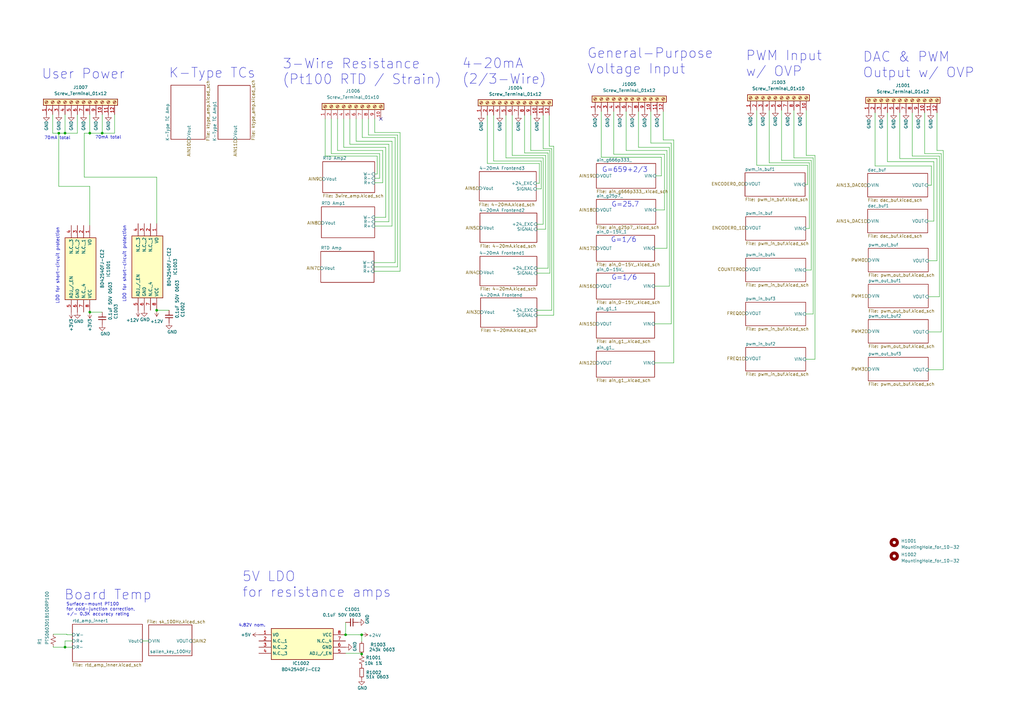
<source format=kicad_sch>
(kicad_sch (version 20231120) (generator "eeschema") (generator_version "8.0")
  (paper "A3")
  (lib_symbols
    (symbol "Connector:Screw_Terminal_01x10" (pin_names (offset 1.016) hide)
      (property "Reference" "J" (at 0 12.7 0))
      (property "Value" "Screw_Terminal_01x10" (at 0 -15.24 0))
      (symbol "Screw_Terminal_01x10_1_1"
        (rectangle (start -1.27 11.43) (end 1.27 -13.97) (stroke (width 0.254)) (fill (type background)))
        (circle (center 0 -12.7) (radius 0.635) (stroke (width 0.1524)))
        (circle (center 0 -10.16) (radius 0.635) (stroke (width 0.1524)))
        (circle (center 0 -7.62) (radius 0.635) (stroke (width 0.1524)))
        (circle (center 0 -5.08) (radius 0.635) (stroke (width 0.1524)))
        (circle (center 0 -2.54) (radius 0.635) (stroke (width 0.1524)))
        (polyline (pts (xy -0.5334 -12.3698) (xy 0.3302 -13.208)) (stroke (width 0.1524)))
        (polyline (pts (xy -0.5334 -9.8298) (xy 0.3302 -10.668)) (stroke (width 0.1524)))
        (polyline (pts (xy -0.5334 -7.2898) (xy 0.3302 -8.128)) (stroke (width 0.1524)))
        (polyline (pts (xy -0.5334 -4.7498) (xy 0.3302 -5.588)) (stroke (width 0.1524)))
        (polyline (pts (xy -0.5334 -2.2098) (xy 0.3302 -3.048)) (stroke (width 0.1524)))
        (polyline (pts (xy -0.5334 0.3302) (xy 0.3302 -0.508)) (stroke (width 0.1524)))
        (polyline (pts (xy -0.5334 2.8702) (xy 0.3302 2.032)) (stroke (width 0.1524)))
        (polyline (pts (xy -0.5334 5.4102) (xy 0.3302 4.572)) (stroke (width 0.1524)))
        (polyline (pts (xy -0.5334 7.9502) (xy 0.3302 7.112)) (stroke (width 0.1524)))
        (polyline (pts (xy -0.5334 10.4902) (xy 0.3302 9.652)) (stroke (width 0.1524)))
        (polyline (pts (xy -0.3556 -12.192) (xy 0.508 -13.0302)) (stroke (width 0.1524)))
        (polyline (pts (xy -0.3556 -9.652) (xy 0.508 -10.4902)) (stroke (width 0.1524)))
        (polyline (pts (xy -0.3556 -7.112) (xy 0.508 -7.9502)) (stroke (width 0.1524)))
        (polyline (pts (xy -0.3556 -4.572) (xy 0.508 -5.4102)) (stroke (width 0.1524)))
        (polyline (pts (xy -0.3556 -2.032) (xy 0.508 -2.8702)) (stroke (width 0.1524)))
        (polyline (pts (xy -0.3556 0.508) (xy 0.508 -0.3302)) (stroke (width 0.1524)))
        (polyline (pts (xy -0.3556 3.048) (xy 0.508 2.2098)) (stroke (width 0.1524)))
        (polyline (pts (xy -0.3556 5.588) (xy 0.508 4.7498)) (stroke (width 0.1524)))
        (polyline (pts (xy -0.3556 8.128) (xy 0.508 7.2898)) (stroke (width 0.1524)))
        (polyline (pts (xy -0.3556 10.668) (xy 0.508 9.8298)) (stroke (width 0.1524)))
        (circle (center 0 0) (radius 0.635) (stroke (width 0.1524)))
        (circle (center 0 2.54) (radius 0.635) (stroke (width 0.1524)))
        (circle (center 0 5.08) (radius 0.635) (stroke (width 0.1524)))
        (circle (center 0 7.62) (radius 0.635) (stroke (width 0.1524)))
        (circle (center 0 10.16) (radius 0.635) (stroke (width 0.1524)))
        (pin passive line (at -5.08 10.16 0) (length 3.81) (name "Pin_1") (number "1"))
        (pin passive line (at -5.08 -12.7 0) (length 3.81) (name "Pin_10") (number "10"))
        (pin passive line (at -5.08 7.62 0) (length 3.81) (name "Pin_2") (number "2"))
        (pin passive line (at -5.08 5.08 0) (length 3.81) (name "Pin_3") (number "3"))
        (pin passive line (at -5.08 2.54 0) (length 3.81) (name "Pin_4") (number "4"))
        (pin passive line (at -5.08 0 0) (length 3.81) (name "Pin_5") (number "5"))
        (pin passive line (at -5.08 -2.54 0) (length 3.81) (name "Pin_6") (number "6"))
        (pin passive line (at -5.08 -5.08 0) (length 3.81) (name "Pin_7") (number "7"))
        (pin passive line (at -5.08 -7.62 0) (length 3.81) (name "Pin_8") (number "8"))
        (pin passive line (at -5.08 -10.16 0) (length 3.81) (name "Pin_9") (number "9"))
      )
    )
    (symbol "Connector:Screw_Terminal_01x12" (pin_names (offset 1.016) hide)
      (property "Reference" "J" (at 0 15.24 0))
      (property "Value" "Screw_Terminal_01x12" (at 0 -17.78 0))
      (symbol "Screw_Terminal_01x12_1_1"
        (rectangle (start -1.27 13.97) (end 1.27 -16.51) (stroke (width 0.254)) (fill (type background)))
        (circle (center 0 -15.24) (radius 0.635) (stroke (width 0.1524)))
        (circle (center 0 -12.7) (radius 0.635) (stroke (width 0.1524)))
        (circle (center 0 -10.16) (radius 0.635) (stroke (width 0.1524)))
        (circle (center 0 -7.62) (radius 0.635) (stroke (width 0.1524)))
        (circle (center 0 -5.08) (radius 0.635) (stroke (width 0.1524)))
        (circle (center 0 -2.54) (radius 0.635) (stroke (width 0.1524)))
        (polyline (pts (xy -0.5334 -14.9098) (xy 0.3302 -15.748)) (stroke (width 0.1524)))
        (polyline (pts (xy -0.5334 -12.3698) (xy 0.3302 -13.208)) (stroke (width 0.1524)))
        (polyline (pts (xy -0.5334 -9.8298) (xy 0.3302 -10.668)) (stroke (width 0.1524)))
        (polyline (pts (xy -0.5334 -7.2898) (xy 0.3302 -8.128)) (stroke (width 0.1524)))
        (polyline (pts (xy -0.5334 -4.7498) (xy 0.3302 -5.588)) (stroke (width 0.1524)))
        (polyline (pts (xy -0.5334 -2.2098) (xy 0.3302 -3.048)) (stroke (width 0.1524)))
        (polyline (pts (xy -0.5334 0.3302) (xy 0.3302 -0.508)) (stroke (width 0.1524)))
        (polyline (pts (xy -0.5334 2.8702) (xy 0.3302 2.032)) (stroke (width 0.1524)))
        (polyline (pts (xy -0.5334 5.4102) (xy 0.3302 4.572)) (stroke (width 0.1524)))
        (polyline (pts (xy -0.5334 7.9502) (xy 0.3302 7.112)) (stroke (width 0.1524)))
        (polyline (pts (xy -0.5334 10.4902) (xy 0.3302 9.652)) (stroke (width 0.1524)))
        (polyline (pts (xy -0.5334 13.0302) (xy 0.3302 12.192)) (stroke (width 0.1524)))
        (polyline (pts (xy -0.3556 -14.732) (xy 0.508 -15.5702)) (stroke (width 0.1524)))
        (polyline (pts (xy -0.3556 -12.192) (xy 0.508 -13.0302)) (stroke (width 0.1524)))
        (polyline (pts (xy -0.3556 -9.652) (xy 0.508 -10.4902)) (stroke (width 0.1524)))
        (polyline (pts (xy -0.3556 -7.112) (xy 0.508 -7.9502)) (stroke (width 0.1524)))
        (polyline (pts (xy -0.3556 -4.572) (xy 0.508 -5.4102)) (stroke (width 0.1524)))
        (polyline (pts (xy -0.3556 -2.032) (xy 0.508 -2.8702)) (stroke (width 0.1524)))
        (polyline (pts (xy -0.3556 0.508) (xy 0.508 -0.3302)) (stroke (width 0.1524)))
        (polyline (pts (xy -0.3556 3.048) (xy 0.508 2.2098)) (stroke (width 0.1524)))
        (polyline (pts (xy -0.3556 5.588) (xy 0.508 4.7498)) (stroke (width 0.1524)))
        (polyline (pts (xy -0.3556 8.128) (xy 0.508 7.2898)) (stroke (width 0.1524)))
        (polyline (pts (xy -0.3556 10.668) (xy 0.508 9.8298)) (stroke (width 0.1524)))
        (polyline (pts (xy -0.3556 13.208) (xy 0.508 12.3698)) (stroke (width 0.1524)))
        (circle (center 0 0) (radius 0.635) (stroke (width 0.1524)))
        (circle (center 0 2.54) (radius 0.635) (stroke (width 0.1524)))
        (circle (center 0 5.08) (radius 0.635) (stroke (width 0.1524)))
        (circle (center 0 7.62) (radius 0.635) (stroke (width 0.1524)))
        (circle (center 0 10.16) (radius 0.635) (stroke (width 0.1524)))
        (circle (center 0 12.7) (radius 0.635) (stroke (width 0.1524)))
        (pin passive line (at -5.08 12.7 0) (length 3.81) (name "Pin_1") (number "1"))
        (pin passive line (at -5.08 -10.16 0) (length 3.81) (name "Pin_10") (number "10"))
        (pin passive line (at -5.08 -12.7 0) (length 3.81) (name "Pin_11") (number "11"))
        (pin passive line (at -5.08 -15.24 0) (length 3.81) (name "Pin_12") (number "12"))
        (pin passive line (at -5.08 10.16 0) (length 3.81) (name "Pin_2") (number "2"))
        (pin passive line (at -5.08 7.62 0) (length 3.81) (name "Pin_3") (number "3"))
        (pin passive line (at -5.08 5.08 0) (length 3.81) (name "Pin_4") (number "4"))
        (pin passive line (at -5.08 2.54 0) (length 3.81) (name "Pin_5") (number "5"))
        (pin passive line (at -5.08 0 0) (length 3.81) (name "Pin_6") (number "6"))
        (pin passive line (at -5.08 -2.54 0) (length 3.81) (name "Pin_7") (number "7"))
        (pin passive line (at -5.08 -5.08 0) (length 3.81) (name "Pin_8") (number "8"))
        (pin passive line (at -5.08 -7.62 0) (length 3.81) (name "Pin_9") (number "9"))
      )
    )
    (symbol "Device:C_Small" (pin_numbers hide) (pin_names (offset 0.254) hide)
      (property "Reference" "C" (at 0.254 1.778 0))
      (property "Value" "C_Small" (at 0.254 -2.032 0))
      (symbol "C_Small_0_1"
        (polyline (pts (xy -1.524 -0.508) (xy 1.524 -0.508)) (stroke (width 0.3302)))
        (polyline (pts (xy -1.524 0.508) (xy 1.524 0.508)) (stroke (width 0.3048)))
      )
      (symbol "C_Small_1_1"
        (pin passive line (at 0 2.54 270) (length 2.032) (name "~") (number "1"))
        (pin passive line (at 0 -2.54 90) (length 2.032) (name "~") (number "2"))
      )
    )
    (symbol "Device:R_Small" (pin_numbers hide) (pin_names (offset 0.254) hide)
      (property "Reference" "R" (at 0.762 0.508 0))
      (property "Value" "R_Small" (at 0.762 -1.016 0))
      (symbol "R_Small_0_1"
        (rectangle (start -0.762 1.778) (end 0.762 -1.778) (stroke (width 0.2032)))
      )
      (symbol "R_Small_1_1"
        (pin passive line (at 0 2.54 270) (length 0.762) (name "~") (number "1"))
        (pin passive line (at 0 -2.54 90) (length 0.762) (name "~") (number "2"))
      )
    )
    (symbol "Device:R_Small_US" (pin_numbers hide) (pin_names (offset 0.254) hide)
      (property "Reference" "R" (at 0.762 0.508 0))
      (property "Value" "R_Small_US" (at 0.762 -1.016 0))
      (symbol "R_Small_US_1_1"
        (polyline (pts (xy 0 0) (xy 1.016 -0.381) (xy 0 -0.762) (xy -1.016 -1.143) (xy 0 -1.524)))
        (polyline (pts (xy 0 1.524) (xy 1.016 1.143) (xy 0 0.762) (xy -1.016 0.381) (xy 0 0)))
        (pin passive line (at 0 2.54 270) (length 1.016) (name "~") (number "1"))
        (pin passive line (at 0 -2.54 90) (length 1.016) (name "~") (number "2"))
      )
    )
    (symbol "Mechanical:MountingHole" (pin_names (offset 1.016))
      (property "Reference" "H" (at 0 5.08 0))
      (property "Value" "MountingHole" (at 0 3.175 0))
      (symbol "MountingHole_0_1"
        (circle (center 0 0) (radius 1.27) (stroke (width 1.27)))
      )
    )
    (symbol "aaa:BD42540FJ-CE2"
      (property "Reference" "IC" (at 31.75 7.62 0))
      (property "Value" "BD42540FJ-CE2" (at 31.75 5.08 0))
      (symbol "BD42540FJ-CE2_1_1"
        (rectangle (start 5.08 2.54) (end 30.48 -10.16) (stroke (width 0.254)) (fill (type background)))
        (pin passive line (at 0 0 0) (length 5.08) (name "VO") (number "1"))
        (pin passive line (at 0 -2.54 0) (length 5.08) (name "N.C._1") (number "2"))
        (pin passive line (at 0 -5.08 0) (length 5.08) (name "N.C._2") (number "3"))
        (pin passive line (at 0 -7.62 0) (length 5.08) (name "N.C._3") (number "4"))
        (pin passive line (at 35.56 -7.62 180) (length 5.08) (name "ADJ_/_EN") (number "5"))
        (pin passive line (at 35.56 -5.08 180) (length 5.08) (name "GND") (number "6"))
        (pin passive line (at 35.56 -2.54 180) (length 5.08) (name "N.C._4") (number "7"))
        (pin passive line (at 35.56 0 180) (length 5.08) (name "VCC") (number "8"))
      )
    )
    (symbol "power:+12V" (power) (pin_numbers hide) (pin_names (offset 0) hide)
      (property "Value" "+12V" (at 0 3.556 0))
      (symbol "+12V_0_1"
        (polyline (pts (xy -0.762 1.27) (xy 0 2.54)))
        (polyline (pts (xy 0 0) (xy 0 2.54)))
        (polyline (pts (xy 0 2.54) (xy 0.762 1.27)))
      )
      (symbol "+12V_1_1"
        (pin power_in line (at 0 0 90) (length 0) (name "~") (number "1"))
      )
    )
    (symbol "power:+24V" (power) (pin_numbers hide) (pin_names (offset 0) hide)
      (property "Value" "+24V" (at 0 3.556 0))
      (symbol "+24V_0_1"
        (polyline (pts (xy -0.762 1.27) (xy 0 2.54)))
        (polyline (pts (xy 0 0) (xy 0 2.54)))
        (polyline (pts (xy 0 2.54) (xy 0.762 1.27)))
      )
      (symbol "+24V_1_1"
        (pin power_in line (at 0 0 90) (length 0) (name "~") (number "1"))
      )
    )
    (symbol "power:+3V3" (power) (pin_numbers hide) (pin_names (offset 0) hide)
      (property "Value" "+3V3" (at 0 3.556 0))
      (symbol "+3V3_0_1"
        (polyline (pts (xy -0.762 1.27) (xy 0 2.54)))
        (polyline (pts (xy 0 0) (xy 0 2.54)))
        (polyline (pts (xy 0 2.54) (xy 0.762 1.27)))
      )
      (symbol "+3V3_1_1"
        (pin power_in line (at 0 0 90) (length 0) (name "~") (number "1"))
      )
    )
    (symbol "power:+5V" (power) (pin_numbers hide) (pin_names (offset 0) hide)
      (property "Value" "+5V" (at 0 3.556 0))
      (symbol "+5V_0_1"
        (polyline (pts (xy -0.762 1.27) (xy 0 2.54)))
        (polyline (pts (xy 0 0) (xy 0 2.54)))
        (polyline (pts (xy 0 2.54) (xy 0.762 1.27)))
      )
      (symbol "+5V_1_1"
        (pin power_in line (at 0 0 90) (length 0) (name "~") (number "1"))
      )
    )
    (symbol "power:GND" (power) (pin_names (offset 0))
      (property "Value" "GND" (at 0 -3.81 0))
      (symbol "GND_0_1"
        (polyline (pts (xy 0 0) (xy 0 -1.27) (xy 1.27 -1.27) (xy 0 -2.54) (xy -1.27 -1.27) (xy 0 -1.27)))
      )
      (symbol "GND_1_1"
        (pin power_in line (at 0 0 270) (length 0) hide (name "GND") (number "1"))
      )
    )
  )
  (junction (at 41.91 54.61))
  (junction (at 24.13 54.61))
  (junction (at 36.83 128.016))
  (junction (at 148.336 260.35))
  (junction (at 36.83 54.61))
  (junction (at 64.262 127.254))
  (junction (at 141.732 260.35))
  (junction (at 26.67 265.43))
  (junction (at 26.67 54.61))
  (junction (at 148.336 268.224))
  (no_connect (at 156.21 48.768))
  (wire (pts (xy 153.67 73.152) (xy 155.702 73.152)))
  (wire (pts (xy 26.67 262.89) (xy 26.67 265.43)))
  (wire (pts (xy 222.758 91.948) (xy 222.758 64.77)))
  (wire (pts (xy 64.262 72.644) (xy 64.262 91.694)))
  (wire (pts (xy 330.2 75.692) (xy 331.216 75.692)))
  (wire (pts (xy 158.242 89.154) (xy 158.242 60.452)))
  (wire (pts (xy 220.218 109.982) (xy 224.79 109.982)))
  (wire (pts (xy 27.432 260.35) (xy 27.432 260.096)))
  (wire (pts (xy 41.91 54.61) (xy 41.91 46.99)))
  (wire (pts (xy 221.996 77.47) (xy 221.996 66.04)))
  (wire (pts (xy 141.732 267.97) (xy 148.336 267.97)))
  (wire (pts (xy 36.83 54.61) (xy 41.91 54.61)))
  (wire (pts (xy 210.058 63.754) (xy 210.058 47.244)))
  (wire (pts (xy 272.542 63.246) (xy 251.714 63.246)))
  (wire (pts (xy 226.314 60.96) (xy 222.758 60.96)))
  (wire (pts (xy 225.552 112.014) (xy 225.552 61.722)))
  (wire (pts (xy 219.964 77.47) (xy 221.996 77.47)))
  (wire (pts (xy 382.016 75.946) (xy 382.016 68.072)))
  (wire (pts (xy 140.97 60.452) (xy 140.97 48.768)))
  (wire (pts (xy 330.454 93.726) (xy 331.978 93.726)))
  (wire (pts (xy 143.51 59.182) (xy 143.51 48.768)))
  (wire (pts (xy 223.774 63.754) (xy 210.058 63.754)))
  (wire (pts (xy 227.076 129.286) (xy 227.076 59.944)))
  (wire (pts (xy 221.996 66.04) (xy 202.438 66.04)))
  (wire (pts (xy 153.67 89.154) (xy 158.242 89.154)))
  (wire (pts (xy 141.732 260.35) (xy 148.336 260.35)))
  (wire (pts (xy 156.972 74.93) (xy 156.972 61.722)))
  (wire (pts (xy 163.068 55.372) (xy 151.13 55.372)))
  (wire (pts (xy 268.478 117.348) (xy 274.574 117.348)))
  (wire (pts (xy 223.774 93.98) (xy 223.774 63.754)))
  (wire (pts (xy 334.264 147.32) (xy 334.264 63.754)))
  (wire (pts (xy 31.75 46.99) (xy 31.75 54.61)))
  (wire (pts (xy 135.89 62.992) (xy 135.89 48.768)))
  (wire (pts (xy 251.714 45.72) (xy 251.714 63.246)))
  (wire (pts (xy 153.67 92.71) (xy 160.782 92.71)))
  (wire (pts (xy 331.216 67.818) (xy 310.388 67.818)))
  (wire (pts (xy 153.416 109.474) (xy 163.068 109.474)))
  (wire (pts (xy 383.032 90.678) (xy 383.032 66.294)))
  (wire (pts (xy 159.512 59.182) (xy 143.51 59.182)))
  (wire (pts (xy 160.782 57.912) (xy 146.05 57.912)))
  (wire (pts (xy 64.262 127.254) (xy 69.342 127.254)))
  (wire (pts (xy 160.782 92.71) (xy 160.782 57.912)))
  (wire (pts (xy 221.234 67.056) (xy 199.898 67.056)))
  (wire (pts (xy 384.302 65.024) (xy 369.062 65.024)))
  (wire (pts (xy 276.352 57.404) (xy 272.034 57.404)))
  (wire (pts (xy 36.83 128.016) (xy 41.91 128.016)))
  (wire (pts (xy 271.272 64.516) (xy 246.634 64.516)))
  (wire (pts (xy 261.874 60.452) (xy 261.874 45.72)))
  (wire (pts (xy 330.454 110.744) (xy 332.74 110.744)))
  (wire (pts (xy 153.416 107.696) (xy 162.052 107.696)))
  (wire (pts (xy 380.746 106.934) (xy 384.302 106.934)))
  (wire (pts (xy 358.902 68.072) (xy 358.902 46.228)))
  (wire (pts (xy 199.898 67.056) (xy 199.898 47.244)))
  (wire (pts (xy 334.264 63.754) (xy 330.708 63.754)))
  (wire (pts (xy 154.686 64.008) (xy 133.35 64.008)))
  (wire (pts (xy 386.08 136.144) (xy 386.08 62.992)))
  (wire (pts (xy 31.75 54.61) (xy 26.67 54.61)))
  (wire (pts (xy 21.59 46.99) (xy 21.59 54.61)))
  (wire (pts (xy 220.218 127.254) (xy 226.314 127.254)))
  (wire (pts (xy 274.574 117.348) (xy 274.574 60.452)))
  (wire (pts (xy 34.544 54.61) (xy 34.544 72.644)))
  (wire (pts (xy 34.544 54.61) (xy 36.83 54.61)))
  (wire (pts (xy 268.478 132.842) (xy 275.336 132.842)))
  (wire (pts (xy 331.216 75.692) (xy 331.216 67.818)))
  (wire (pts (xy 385.318 64.008) (xy 374.142 64.008)))
  (wire (pts (xy 36.83 54.61) (xy 36.83 46.99)))
  (wire (pts (xy 225.298 59.944) (xy 225.298 47.244)))
  (wire (pts (xy 380.492 90.678) (xy 383.032 90.678)))
  (wire (pts (xy 155.702 62.992) (xy 135.89 62.992)))
  (wire (pts (xy 220.218 93.98) (xy 223.774 93.98)))
  (wire (pts (xy 29.718 262.89) (xy 26.67 262.89)))
  (wire (pts (xy 331.978 66.802) (xy 315.468 66.802)))
  (wire (pts (xy 266.954 58.674) (xy 266.954 45.72)))
  (wire (pts (xy 383.032 66.294) (xy 363.982 66.294)))
  (wire (pts (xy 133.35 64.008) (xy 133.35 48.768)))
  (wire (pts (xy 320.548 65.786) (xy 320.548 45.212)))
  (wire (pts (xy 330.454 147.32) (xy 334.264 147.32)))
  (wire (pts (xy 268.986 72.136) (xy 271.272 72.136)))
  (wire (pts (xy 246.634 64.516) (xy 246.634 45.72)))
  (wire (pts (xy 148.59 56.388) (xy 148.59 48.768)))
  (wire (pts (xy 46.99 46.99) (xy 46.99 54.61)))
  (wire (pts (xy 162.052 56.388) (xy 148.59 56.388)))
  (wire (pts (xy 268.478 101.854) (xy 273.558 101.854)))
  (wire (pts (xy 268.986 86.106) (xy 272.542 86.106)))
  (wire (pts (xy 221.234 75.184) (xy 221.234 67.056)))
  (wire (pts (xy 26.67 265.43) (xy 21.844 265.43)))
  (wire (pts (xy 325.628 64.77) (xy 325.628 45.212)))
  (wire (pts (xy 315.468 66.802) (xy 315.468 45.212)))
  (wire (pts (xy 225.552 61.722) (xy 217.678 61.722)))
  (wire (pts (xy 146.05 57.912) (xy 146.05 48.768)))
  (wire (pts (xy 272.034 57.404) (xy 272.034 45.72)))
  (wire (pts (xy 275.336 132.842) (xy 275.336 58.674)))
  (wire (pts (xy 141.732 260.35) (xy 141.732 255.27)))
  (wire (pts (xy 155.702 73.152) (xy 155.702 62.992)))
  (wire (pts (xy 21.844 260.096) (xy 27.432 260.096)))
  (wire (pts (xy 380.746 151.638) (xy 386.842 151.638)))
  (wire (pts (xy 158.242 60.452) (xy 140.97 60.452)))
  (wire (pts (xy 156.972 61.722) (xy 138.43 61.722)))
  (wire (pts (xy 164.084 54.356) (xy 153.67 54.356)))
  (wire (pts (xy 36.83 76.454) (xy 24.13 76.454)))
  (wire (pts (xy 220.218 91.948) (xy 222.758 91.948)))
  (wire (pts (xy 384.302 61.722) (xy 384.302 46.228)))
  (wire (pts (xy 220.218 129.286) (xy 227.076 129.286)))
  (wire (pts (xy 272.542 86.106) (xy 272.542 63.246)))
  (wire (pts (xy 382.016 68.072) (xy 358.902 68.072)))
  (wire (pts (xy 380.746 136.144) (xy 386.08 136.144)))
  (wire (pts (xy 363.982 66.294) (xy 363.982 46.228)))
  (wire (pts (xy 330.454 128.778) (xy 333.502 128.778)))
  (wire (pts (xy 332.74 65.786) (xy 320.548 65.786)))
  (wire (pts (xy 227.076 59.944) (xy 225.298 59.944)))
  (wire (pts (xy 310.388 45.212) (xy 310.388 67.818)))
  (wire (pts (xy 36.83 76.454) (xy 36.83 92.456)))
  (wire (pts (xy 385.318 121.666) (xy 385.318 64.008)))
  (wire (pts (xy 331.978 93.726) (xy 331.978 66.802)))
  (wire (pts (xy 153.67 90.932) (xy 159.512 90.932)))
  (wire (pts (xy 153.416 111.252) (xy 164.084 111.252)))
  (wire (pts (xy 276.352 148.844) (xy 276.352 57.404)))
  (wire (pts (xy 215.138 62.738) (xy 215.138 47.244)))
  (wire (pts (xy 226.314 127.254) (xy 226.314 60.96)))
  (wire (pts (xy 380.492 75.946) (xy 382.016 75.946)))
  (wire (pts (xy 207.518 64.77) (xy 207.518 47.244)))
  (wire (pts (xy 222.758 64.77) (xy 207.518 64.77)))
  (wire (pts (xy 24.13 54.61) (xy 26.67 54.61)))
  (wire (pts (xy 222.758 60.96) (xy 222.758 47.244)))
  (wire (pts (xy 220.218 112.014) (xy 225.552 112.014)))
  (wire (pts (xy 217.678 61.722) (xy 217.678 47.244)))
  (wire (pts (xy 202.438 66.04) (xy 202.438 47.244)))
  (wire (pts (xy 268.478 148.844) (xy 276.352 148.844)))
  (wire (pts (xy 163.068 109.474) (xy 163.068 55.372)))
  (wire (pts (xy 21.59 54.61) (xy 24.13 54.61)))
  (wire (pts (xy 159.512 90.932) (xy 159.512 59.182)))
  (wire (pts (xy 386.842 61.722) (xy 384.302 61.722)))
  (wire (pts (xy 162.052 107.696) (xy 162.052 56.388)))
  (wire (pts (xy 164.084 111.252) (xy 164.084 54.356)))
  (wire (pts (xy 153.67 74.93) (xy 156.972 74.93)))
  (wire (pts (xy 369.062 65.024) (xy 369.062 46.228)))
  (wire (pts (xy 153.67 54.356) (xy 153.67 48.768)))
  (wire (pts (xy 380.746 121.666) (xy 385.318 121.666)))
  (wire (pts (xy 330.708 63.754) (xy 330.708 45.212)))
  (wire (pts (xy 148.336 267.97) (xy 148.336 268.224)))
  (wire (pts (xy 24.13 76.454) (xy 24.13 54.61)))
  (wire (pts (xy 138.43 48.768) (xy 138.43 61.722)))
  (wire (pts (xy 332.74 110.744) (xy 332.74 65.786)))
  (wire (pts (xy 21.844 265.43) (xy 21.844 265.176)))
  (wire (pts (xy 148.336 260.35) (xy 148.336 263.144)))
  (wire (pts (xy 333.502 128.778) (xy 333.502 64.77)))
  (wire (pts (xy 374.142 64.008) (xy 374.142 46.228)))
  (wire (pts (xy 379.222 62.992) (xy 379.222 46.228)))
  (wire (pts (xy 153.67 71.374) (xy 154.686 71.374)))
  (wire (pts (xy 386.08 62.992) (xy 379.222 62.992)))
  (wire (pts (xy 386.842 151.638) (xy 386.842 61.722)))
  (wire (pts (xy 154.686 71.374) (xy 154.686 64.008)))
  (wire (pts (xy 384.302 106.934) (xy 384.302 65.024)))
  (wire (pts (xy 224.79 109.982) (xy 224.79 62.738)))
  (wire (pts (xy 41.91 54.61) (xy 46.99 54.61)))
  (wire (pts (xy 151.13 55.372) (xy 151.13 48.768)))
  (wire (pts (xy 271.272 72.136) (xy 271.272 64.516)))
  (wire (pts (xy 273.558 101.854) (xy 273.558 61.722)))
  (wire (pts (xy 58.42 262.89) (xy 60.96 262.89)))
  (wire (pts (xy 26.67 46.99) (xy 26.67 54.61)))
  (wire (pts (xy 275.336 58.674) (xy 266.954 58.674)))
  (wire (pts (xy 219.964 75.184) (xy 221.234 75.184)))
  (wire (pts (xy 256.794 45.72) (xy 256.794 61.722)))
  (wire (pts (xy 29.718 260.35) (xy 27.432 260.35)))
  (wire (pts (xy 333.502 64.77) (xy 325.628 64.77)))
  (wire (pts (xy 274.574 60.452) (xy 261.874 60.452)))
  (wire (pts (xy 224.79 62.738) (xy 215.138 62.738)))
  (wire (pts (xy 273.558 61.722) (xy 256.794 61.722)))
  (wire (pts (xy 64.262 72.644) (xy 34.544 72.644)))
  (wire (pts (xy 29.718 265.43) (xy 26.67 265.43)))
  (text "3-Wire Resistance\n(Pt100 RTD / Strain)" (at 115.824 35.052 0) (effects (font (size 4 4)) (justify left bottom)))
  (text "LDO for short-circuit protection" (at 51.816 123.952 90) (effects (font (size 1.27 1.27)) (justify left bottom)))
  (text "G=25.7" (at 262.128 85.09 0) (effects (font (size 2 2)) (justify right bottom)))
  (text "G=1/6" (at 261.112 99.568 0) (effects (font (size 2 2)) (justify right bottom)))
  (text "PWM Input\nw/ OVP" (at 305.816 31.75 0) (effects (font (size 4 4)) (justify left bottom)))
  (text "70mA total" (at 28.956 57.404 0) (effects (font (size 1.27 1.27)) (justify right bottom)))
  (text "General-Purpose\nVoltage Input" (at 240.792 30.734 0) (effects (font (size 4 4)) (justify left bottom)))
  (text "4.82V nom." (at 103.378 256.54 0) (effects (font (size 1.27 1.27))))
  (text "70mA total" (at 49.784 57.15 0) (effects (font (size 1.27 1.27)) (justify right bottom)))
  (text "K-Type TCs" (at 69.215 32.385 0) (effects (font (size 4 4)) (justify left bottom)))
  (text "Board Temp" (at 26.289 246.4054 0) (effects (font (size 4 4)) (justify left bottom)))
  (text "G=659+2/3" (at 265.684 70.866 0) (effects (font (size 2 2)) (justify right bottom)))
  (text "5V LDO\nfor resistance amps" (at 99.314 245.364 0) (effects (font (size 4 4)) (justify left bottom)))
  (text "LDO for short-circuit protection" (at 24.384 124.714 90) (effects (font (size 1.27 1.27)) (justify left bottom)))
  (text "4-20mA\n(2/3-Wire)" (at 189.484 34.925 0) (effects (font (size 4 4)) (justify left bottom)))
  (text "Surface-mount PT100 \nfor cold-junction correction,\n+/- 0.3K accuracy rating" (at 27.178 249.936 0) (effects (font (size 1.27 1.27)) (justify left)))
  (text "User Power" (at 17.018 32.766 0) (effects (font (size 4 4)) (justify left bottom)))
  (text "DAC & PWM\nOutput w/ OVP" (at 353.822 32.258 0) (effects (font (size 4 4)) (justify left bottom)))
  (text "G=1/6" (at 261.366 115.062 0) (effects (font (size 2 2)) (justify right bottom)))
  (hierarchical_label "PWM0" (shape input) (at 356.108 106.68 180))
  (hierarchical_label "AIN12" (shape input) (at 244.602 148.844 180))
  (hierarchical_label "AIN17" (shape input) (at 244.602 101.854 180))
  (hierarchical_label "AIN8" (shape input) (at 131.826 91.44 180))
  (hierarchical_label "AIN15" (shape input) (at 244.602 132.842 180))
  (hierarchical_label "ENCODER0_1" (shape input) (at 305.816 93.472 180))
  (hierarchical_label "AIN18" (shape input) (at 244.602 86.106 180))
  (hierarchical_label "AIN6" (shape input) (at 196.596 77.216 180))
  (hierarchical_label "AIN10" (shape input) (at 77.47 57.15 270))
  (hierarchical_label "PWM2" (shape input) (at 356.108 135.89 180))
  (hierarchical_label "AIN2" (shape input) (at 78.74 262.89 0))
  (hierarchical_label "FREQ1" (shape input) (at 305.816 147.066 180))
  (hierarchical_label "PWM1" (shape input) (at 356.108 121.412 180))
  (hierarchical_label "AIN5" (shape input) (at 196.85 93.472 180))
  (hierarchical_label "AIN16" (shape input) (at 244.602 117.348 180))
  (hierarchical_label "AIN7" (shape input) (at 131.572 109.982 180))
  (hierarchical_label "AIN13_DAC0" (shape input) (at 355.854 75.946 180))
  (hierarchical_label "AIN3" (shape input) (at 197.104 128.016 180))
  (hierarchical_label "AIN4" (shape input) (at 196.85 111.76 180))
  (hierarchical_label "AIN14_DAC1" (shape input) (at 355.854 90.678 180))
  (hierarchical_label "AIN9" (shape input) (at 132.334 73.406 180))
  (hierarchical_label "AIN11" (shape input) (at 96.52 57.15 270))
  (hierarchical_label "COUNTER0" (shape input) (at 305.816 110.49 180))
  (hierarchical_label "FREQ0" (shape input) (at 305.816 128.524 180))
  (hierarchical_label "AIN19" (shape input) (at 244.602 72.136 180))
  (hierarchical_label "ENCODER0_0" (shape input) (at 305.562 75.438 180))
  (hierarchical_label "PWM3" (shape input) (at 356.108 151.384 180))
  (symbol (lib_id "power:GND") (at 376.682 46.228 0) (unit 1)
    (property "Reference" "#PWR010" (effects (hide yes)))
    (property "Value" "GND" (at 376.682 48.768 90) (effects (justify right)))
  )
  (symbol (lib_id "Device:C_Small") (at 41.91 130.556 180) (unit 1)
    (property "Reference" "C1003" (at 47.498 127.762 90))
    (property "Value" "0.1uF 50V 0603" (at 45.212 123.444 90))
    (property "Footprint" "Capacitor_SMD:C_0603_1608Metric" (effects (hide yes)))
    (property "Description" "Unpolarized capacitor, small symbol" (effects (hide yes)))
    (property "LCSC" "C14663" (effects (hide yes)))
  )
  (symbol (lib_id "Connector:Screw_Terminal_01x12") (at 31.75 41.91 90) (unit 1)
    (property "Reference" "J1007" (at 33.02 35.814 90))
    (property "Value" "Screw_Terminal_01x12" (at 33.02 38.354 90))
    (property "Footprint" "aaa:KF141V-2.54-12P" (effects (hide yes)))
    (property "Description" "Generic screw terminal, single row, 01x12, script generated (kicad-library-utils/schlib/autogen/connector/)" (effects (hide yes)))
    (property "LCSC" "C475123" (effects (hide yes)))
  )
  (symbol (lib_id "power:+24V") (at 148.336 260.35 270) (unit 1)
    (property "Reference" "#PWR1002" (effects (hide yes)))
    (property "Value" "+24V" (at 153.67 260.604 90))
    (property "Description" "Power symbol creates a global label with name \"+24V\"" (effects (hide yes)))
  )
  (symbol (lib_id "Mechanical:MountingHole") (at 366.776 222.504 0) (unit 1) (in_bom no)
    (property "Reference" "H1001" (at 369.57 221.869 0) (effects (justify left)))
    (property "Value" "MountingHole_for_10-32" (at 369.57 224.409 0) (effects (justify left)))
    (property "Footprint" "MountingHole:MountingHole_5mm" (effects (hide yes)))
  )
  (symbol (lib_id "power:GND") (at 212.598 47.244 0) (unit 1)
    (property "Reference" "#PWR1013" (effects (hide yes)))
    (property "Value" "GND" (at 212.598 49.784 90) (effects (justify right)))
  )
  (symbol (lib_id "power:GND") (at 19.05 46.99 0) (unit 1)
    (property "Reference" "#PWR1001" (effects (hide yes)))
    (property "Value" "GND" (at 19.05 49.53 90) (effects (justify right)))
  )
  (symbol (lib_id "power:GND") (at 197.358 47.244 0) (unit 1)
    (property "Reference" "#PWR1011" (effects (hide yes)))
    (property "Value" "GND" (at 197.358 49.784 90) (effects (justify right)))
  )
  (symbol (lib_id "aaa:BD42540FJ-CE2") (at 64.262 91.694 270) (unit 1)
    (property "Reference" "IC1003" (at 71.882 109.474 0))
    (property "Value" "BD42540FJ-CE2" (at 69.342 109.474 0))
    (property "Footprint" "aaa:SOIC127P600X175-8N" (effects (hide yes)))
    (property "Datasheet" "https://4donline.ihs.com/images/VipMasterIC/IC/ROHM/ROHM-S-A0002355662/ROHM-S-A0002355662-1.pdf?hkey=EF798316E3902B6ED9A73243A3159BB0" (effects (hide yes)))
    (property "Description" "Supervisory Circuits 3-42V SOP-J8 12A LDO Regulator" (effects (hide yes)))
    (property "Height" "1.65" (effects (hide yes)))
    (property "Manufacturer_Name" "ROHM Semiconductor" (effects (hide yes)))
    (property "Manufacturer_Part_Number" "BD42540FJ-CE2" (effects (hide yes)))
    (property "Mouser Part Number" "755-BD42540FJ-CE2" (effects (hide yes)))
    (property "Mouser Price/Stock" "https://www.mouser.co.uk/ProductDetail/ROHM-Semiconductor/BD42540FJ-CE2?qs=zGux8KhMp6JowApuEUgCTw%3D%3D" (effects (hide yes)))
    (property "LCSC" "C308591" (effects (hide yes)))
  )
  (symbol (lib_id "Device:R_Small") (at 148.336 265.684 180) (unit 1)
    (property "Reference" "R1003" (at 158.242 264.414 0) (effects (justify left)))
    (property "Value" "243k 0603" (at 162.052 266.446 0) (effects (justify left)))
    (property "Footprint" "Resistor_SMD:R_0603_1608Metric" (effects (hide yes)))
    (property "Description" "Resistor, small symbol" (effects (hide yes)))
    (property "LCSC" "C23351" (effects (hide yes)))
  )
  (symbol (lib_id "power:GND") (at 307.848 45.212 0) (unit 1)
    (property "Reference" "#PWR1030" (effects (hide yes)))
    (property "Value" "GND" (at 307.848 47.752 90) (effects (justify right)))
  )
  (symbol (lib_id "power:+3V3") (at 29.21 128.016 180) (unit 1)
    (property "Reference" "#PWR1024" (effects (hide yes)))
    (property "Value" "+3V3" (at 29.21 133.35 90))
    (property "Description" "Power symbol creates a global label with name \"+3V3\"" (effects (hide yes)))
  )
  (symbol (lib_id "power:GND") (at 220.218 47.244 0) (unit 1)
    (property "Reference" "#PWR1014" (effects (hide yes)))
    (property "Value" "GND" (at 220.218 49.784 90) (effects (justify right)))
  )
  (symbol (lib_id "power:GND") (at 148.336 278.384 0) (unit 1)
    (property "Reference" "#PWR1006" (effects (hide yes)))
    (property "Value" "GND" (at 146.558 282.194 0) (effects (justify left)))
  )
  (symbol (lib_id "power:GND") (at 318.008 45.212 0) (unit 1)
    (property "Reference" "#PWR012" (effects (hide yes)))
    (property "Value" "GND" (at 318.008 47.752 90) (effects (justify right)))
  )
  (symbol (lib_id "Connector:Screw_Terminal_01x12") (at 369.062 41.148 90) (unit 1)
    (property "Reference" "J1001" (at 370.332 35.052 90))
    (property "Value" "Screw_Terminal_01x12" (at 370.332 37.592 90))
    (property "Footprint" "aaa:KF141V-2.54-12P" (effects (hide yes)))
    (property "Description" "Generic screw terminal, single row, 01x12, script generated (kicad-library-utils/schlib/autogen/connector/)" (effects (hide yes)))
    (property "LCSC" "C475123" (effects (hide yes)))
  )
  (symbol (lib_id "power:GND") (at 59.182 127.254 0) (unit 1)
    (property "Reference" "#PWR1010" (effects (hide yes)))
    (property "Value" "GND" (at 57.404 131.064 0) (effects (justify left)))
  )
  (symbol (lib_id "power:GND") (at 323.088 45.212 0) (unit 1)
    (property "Reference" "#PWR03010" (effects (hide yes)))
    (property "Value" "GND" (at 323.088 47.752 90) (effects (justify right)))
  )
  (symbol (lib_id "Device:R_Small_US") (at 148.336 270.764 0) (unit 1)
    (property "Reference" "R1001" (at 153.162 269.7226 0))
    (property "Value" "10k 1%" (at 153.162 272.034 0))
    (property "Footprint" "Resistor_SMD:R_0402_1005Metric" (effects (hide yes)))
    (property "LCSC" "C25744" (effects (hide yes)))
  )
  (symbol (lib_id "power:GND") (at 249.174 45.72 0) (unit 1)
    (property "Reference" "#PWR06" (effects (hide yes)))
    (property "Value" "GND" (at 249.174 48.26 90) (effects (justify right)))
  )
  (symbol (lib_id "power:GND") (at 244.094 45.72 0) (unit 1)
    (property "Reference" "#PWR03001" (effects (hide yes)))
    (property "Value" "GND" (at 244.094 48.26 90) (effects (justify right)))
  )
  (symbol (lib_id "power:GND") (at 29.21 46.99 0) (unit 1)
    (property "Reference" "#PWR1005" (effects (hide yes)))
    (property "Value" "GND" (at 29.21 49.53 90) (effects (justify right)))
  )
  (symbol (lib_id "power:GND") (at 24.13 46.99 0) (unit 1)
    (property "Reference" "#PWR1003" (effects (hide yes)))
    (property "Value" "GND" (at 24.13 49.53 90) (effects (justify right)))
  )
  (symbol (lib_id "power:GND") (at 371.602 46.228 0) (unit 1)
    (property "Reference" "#PWR03003" (effects (hide yes)))
    (property "Value" "GND" (at 371.602 48.768 90) (effects (justify right)))
  )
  (symbol (lib_id "power:GND") (at 39.37 46.99 0) (unit 1)
    (property "Reference" "#PWR1009" (effects (hide yes)))
    (property "Value" "GND" (at 39.37 49.53 90) (effects (justify right)))
  )
  (symbol (lib_id "power:GND") (at 361.442 46.228 0) (unit 1)
    (property "Reference" "#PWR1049" (effects (hide yes)))
    (property "Value" "GND" (at 361.442 48.768 90) (effects (justify right)))
  )
  (symbol (lib_id "power:GND") (at 264.414 45.72 0) (unit 1)
    (property "Reference" "#PWR1046" (effects (hide yes)))
    (property "Value" "GND" (at 264.414 48.26 90) (effects (justify right)))
  )
  (symbol (lib_id "power:GND") (at 204.978 47.244 0) (unit 1)
    (property "Reference" "#PWR1012" (effects (hide yes)))
    (property "Value" "GND" (at 204.978 49.784 90) (effects (justify right)))
  )
  (symbol (lib_id "power:GND") (at 259.334 45.72 0) (unit 1)
    (property "Reference" "#PWR01016" (effects (hide yes)))
    (property "Value" "GND" (at 259.334 48.26 90) (effects (justify right)))
  )
  (symbol (lib_id "Device:R_Small_US") (at 21.844 262.636 0) (unit 1)
    (property "Reference" "R1" (at 16.256 264.414 90) (effects (justify left)))
    (property "Value" "PTS060301B100RP100" (at 19.304 264.414 90) (effects (justify left)))
    (property "Footprint" "Resistor_SMD:R_0603_1608Metric" (effects (hide yes)))
    (property "Description" "Resistor, small US symbol" (effects (hide yes)))
    (property "LCSC" "C141518" (effects (hide yes)))
  )
  (symbol (lib_id "power:GND") (at 141.732 265.43 90) (unit 1)
    (property "Reference" "#PWR1004" (effects (hide yes)))
    (property "Value" "GND" (at 145.542 267.208 0) (effects (justify left)))
  )
  (symbol (lib_id "Device:R_Small") (at 148.336 275.844 180) (unit 1)
    (property "Reference" "R1002" (at 156.464 275.844 0) (effects (justify left)))
    (property "Value" "51k 0603" (at 159.512 277.622 0) (effects (justify left)))
    (property "Footprint" "Resistor_SMD:R_0603_1608Metric" (effects (hide yes)))
    (property "Description" "Resistor, small symbol" (effects (hide yes)))
    (property "LCSC" "C23196" (effects (hide yes)))
  )
  (symbol (lib_id "power:GND") (at 381.762 46.228 0) (unit 1)
    (property "Reference" "#PWR03005" (effects (hide yes)))
    (property "Value" "GND" (at 381.762 48.768 90) (effects (justify right)))
  )
  (symbol (lib_id "power:GND") (at 312.928 45.212 0) (unit 1)
    (property "Reference" "#PWR03009" (effects (hide yes)))
    (property "Value" "GND" (at 312.928 47.752 90) (effects (justify right)))
  )
  (symbol (lib_id "power:+5V") (at 106.172 260.35 90) (unit 1)
    (property "Reference" "#PWR1025" (effects (hide yes)))
    (property "Value" "+5V" (at 102.87 260.3499 90) (effects (justify left)))
    (property "Description" "Power symbol creates a global label with name \"+5V\"" (effects (hide yes)))
  )
  (symbol (lib_id "power:+12V") (at 56.642 127.254 180) (unit 1)
    (property "Reference" "#PWR1023" (effects (hide yes)))
    (property "Value" "+12V" (at 54.356 131.318 0))
    (property "Description" "Power symbol creates a global label with name \"+12V\"" (effects (hide yes)))
  )
  (symbol (lib_id "power:+3V3") (at 36.83 128.016 180) (unit 1)
    (property "Reference" "#PWR1018" (effects (hide yes)))
    (property "Value" "+3V3" (at 36.83 133.35 90))
    (property "Description" "Power symbol creates a global label with name \"+3V3\"" (effects (hide yes)))
  )
  (symbol (lib_id "power:GND") (at 34.29 46.99 0) (unit 1)
    (property "Reference" "#PWR1007" (effects (hide yes)))
    (property "Value" "GND" (at 34.29 49.53 90) (effects (justify right)))
  )
  (symbol (lib_id "power:GND") (at 69.342 132.334 0) (unit 1)
    (property "Reference" "#PWR1017" (effects (hide yes)))
    (property "Value" "GND" (at 68.58 136.144 0) (effects (justify left)))
  )
  (symbol (lib_id "power:+12V") (at 64.262 127.254 180) (unit 1)
    (property "Reference" "#PWR1021" (effects (hide yes)))
    (property "Value" "+12V" (at 64.262 131.826 0))
    (property "Description" "Power symbol creates a global label with name \"+12V\"" (effects (hide yes)))
  )
  (symbol (lib_id "aaa:BD42540FJ-CE2") (at 106.172 260.35 0) (unit 1)
    (property "Reference" "IC1002" (at 123.444 272.034 0))
    (property "Value" "BD42540FJ-CE2" (at 123.444 274.574 0))
    (property "Footprint" "aaa:SOIC127P600X175-8N" (effects (hide yes)))
    (property "Datasheet" "https://4donline.ihs.com/images/VipMasterIC/IC/ROHM/ROHM-S-A0002355662/ROHM-S-A0002355662-1.pdf?hkey=EF798316E3902B6ED9A73243A3159BB0" (effects (hide yes)))
    (property "Description" "Supervisory Circuits 3-42V SOP-J8 12A LDO Regulator" (effects (hide yes)))
    (property "Height" "1.65" (effects (hide yes)))
    (property "Manufacturer_Name" "ROHM Semiconductor" (effects (hide yes)))
    (property "Manufacturer_Part_Number" "BD42540FJ-CE2" (effects (hide yes)))
    (property "Mouser Part Number" "755-BD42540FJ-CE2" (effects (hide yes)))
    (property "Mouser Price/Stock" "https://www.mouser.co.uk/ProductDetail/ROHM-Semiconductor/BD42540FJ-CE2?qs=zGux8KhMp6JowApuEUgCTw%3D%3D" (effects (hide yes)))
    (property "LCSC" "C308591" (effects (hide yes)))
  )
  (symbol (lib_id "Connector:Screw_Terminal_01x10") (at 318.008 40.132 90) (unit 1)
    (property "Reference" "J1003" (at 319.278 33.782 90))
    (property "Value" "Screw_Terminal_01x10" (at 319.278 36.322 90))
    (property "Footprint" "aaa:KF141V-2.54-10P" (effects (hide yes)))
    (property "Description" "Generic screw terminal, single row, 01x10, script generated (kicad-library-utils/schlib/autogen/connector/)" (effects (hide yes)))
    (property "LCSC" "C475122" (effects (hide yes)))
  )
  (symbol (lib_id "Device:C_Small") (at 69.342 129.794 180) (unit 1)
    (property "Reference" "C1002" (at 74.93 127 90))
    (property "Value" "0.1uF 50V 0603" (at 72.644 122.682 90))
    (property "Footprint" "Capacitor_SMD:C_0603_1608Metric" (effects (hide yes)))
    (property "Description" "Unpolarized capacitor, small symbol" (effects (hide yes)))
    (property "LCSC" "C14663" (effects (hide yes)))
  )
  (symbol (lib_id "Connector:Screw_Terminal_01x10") (at 143.51 43.688 90) (unit 1)
    (property "Reference" "J1006" (at 144.78 37.338 90))
    (property "Value" "Screw_Terminal_01x10" (at 144.78 39.878 90))
    (property "Footprint" "aaa:KF141V-2.54-10P" (effects (hide yes)))
    (property "Description" "Generic screw terminal, single row, 01x10, script generated (kicad-library-utils/schlib/autogen/connector/)" (effects (hide yes)))
    (property "LCSC" "C475122" (effects (hide yes)))
  )
  (symbol (lib_id "Device:C_Small") (at 144.272 255.27 270) (unit 1)
    (property "Reference" "C1001" (at 144.526 249.936 90))
    (property "Value" "0.1uF 50V 0603" (at 140.208 252.222 90))
    (property "Footprint" "Capacitor_SMD:C_0603_1608Metric" (effects (hide yes)))
    (property "Description" "Unpolarized capacitor, small symbol" (effects (hide yes)))
    (property "LCSC" "C14663" (effects (hide yes)))
  )
  (symbol (lib_id "power:GND") (at 366.522 46.228 0) (unit 1)
    (property "Reference" "#PWR08" (effects (hide yes)))
    (property "Value" "GND" (at 366.522 48.768 90) (effects (justify right)))
  )
  (symbol (lib_id "Mechanical:MountingHole") (at 366.776 228.092 0) (unit 1) (in_bom no)
    (property "Reference" "H1002" (at 369.57 227.457 0) (effects (justify left)))
    (property "Value" "MountingHole_for_10-32" (at 369.57 229.997 0) (effects (justify left)))
    (property "Footprint" "MountingHole:MountingHole_5mm" (effects (hide yes)))
  )
  (symbol (lib_id "power:GND") (at 31.75 128.016 0) (unit 1)
    (property "Reference" "#PWR1019" (effects (hide yes)))
    (property "Value" "GND" (at 30.226 131.826 0) (effects (justify left)))
  )
  (symbol (lib_id "power:GND") (at 328.168 45.212 0) (unit 1)
    (property "Reference" "#PWR014" (effects (hide yes)))
    (property "Value" "GND" (at 328.168 47.752 90) (effects (justify right)))
  )
  (symbol (lib_id "power:GND") (at 41.91 133.096 0) (unit 1)
    (property "Reference" "#PWR1020" (effects (hide yes)))
    (property "Value" "GND" (at 41.148 136.906 0) (effects (justify left)))
  )
  (symbol (lib_id "power:GND") (at 269.494 45.72 0) (unit 1)
    (property "Reference" "#PWR1047" (effects (hide yes)))
    (property "Value" "GND" (at 269.494 48.26 90) (effects (justify right)))
  )
  (symbol (lib_id "power:GND") (at 254.254 45.72 0) (unit 1)
    (property "Reference" "#PWR01015" (effects (hide yes)))
    (property "Value" "GND" (at 254.254 48.26 90) (effects (justify right)))
  )
  (symbol (lib_id "power:GND") (at 146.812 255.27 90) (unit 1)
    (property "Reference" "#PWR1022" (effects (hide yes)))
    (property "Value" "GND" (at 150.622 256.032 0) (effects (justify left)))
  )
  (symbol (lib_id "power:GND") (at 356.362 46.228 0) (unit 1)
    (property "Reference" "#PWR1048" (effects (hide yes)))
    (property "Value" "GND" (at 356.362 48.768 90) (effects (justify right)))
  )
  (symbol (lib_id "Connector:Screw_Terminal_01x12") (at 256.794 40.64 90) (unit 1)
    (property "Reference" "J1005" (at 258.064 34.544 90))
    (property "Value" "Screw_Terminal_01x12" (at 258.064 37.084 90))
    (property "Footprint" "aaa:KF141V-2.54-12P" (effects (hide yes)))
    (property "Description" "Generic screw terminal, single row, 01x12, script generated (kicad-library-utils/schlib/autogen/connector/)" (effects (hide yes)))
    (property "LCSC" "C475123" (effects (hide yes)))
  )
  (symbol (lib_id "Connector:Screw_Terminal_01x12") (at 210.058 42.164 90) (unit 1)
    (property "Reference" "J1004" (at 211.328 36.068 90))
    (property "Value" "Screw_Terminal_01x12" (at 211.328 38.608 90))
    (property "Footprint" "aaa:KF141V-2.54-12P" (effects (hide yes)))
    (property "Description" "Generic screw terminal, single row, 01x12, script generated (kicad-library-utils/schlib/autogen/connector/)" (effects (hide yes)))
    (property "LCSC" "C475123" (effects (hide yes)))
  )
  (symbol (lib_id "power:GND") (at 44.45 46.99 0) (unit 1)
    (property "Reference" "#PWR1008" (effects (hide yes)))
    (property "Value" "GND" (at 44.45 49.53 90) (effects (justify right)))
  )
  (symbol (lib_id "aaa:BD42540FJ-CE2") (at 36.83 92.456 270) (unit 1)
    (property "Reference" "IC1001" (at 44.45 110.236 0))
    (property "Value" "BD42540FJ-CE2" (at 41.91 110.236 0))
    (property "Footprint" "aaa:SOIC127P600X175-8N" (effects (hide yes)))
    (property "Datasheet" "https://4donline.ihs.com/images/VipMasterIC/IC/ROHM/ROHM-S-A0002355662/ROHM-S-A0002355662-1.pdf?hkey=EF798316E3902B6ED9A73243A3159BB0" (effects (hide yes)))
    (property "Description" "Supervisory Circuits 3-42V SOP-J8 12A LDO Regulator" (effects (hide yes)))
    (property "Height" "1.65" (effects (hide yes)))
    (property "Manufacturer_Name" "ROHM Semiconductor" (effects (hide yes)))
    (property "Manufacturer_Part_Number" "BD42540FJ-CE2" (effects (hide yes)))
    (property "Mouser Part Number" "755-BD42540FJ-CE2" (effects (hide yes)))
    (property "Mouser Price/Stock" "https://www.mouser.co.uk/ProductDetail/ROHM-Semiconductor/BD42540FJ-CE2?qs=zGux8KhMp6JowApuEUgCTw%3D%3D" (effects (hide yes)))
    (property "LCSC" "C308591" (effects (hide yes)))
  )
  (sheet (at 355.854 71.12) (size 24.638 9.652) (stroke (width 0.1524))
    (property "Sheetname" "dac_buf" (at 355.854 70.4084 0) (effects (justify left bottom)))
    (property "Sheetfile" "dac_buf.kicad_sch" (at 355.854 81.3566 0) (effects (justify left top)))
    (pin "VIN" input (at 355.854 75.946 180))
    (pin "VOUT" input (at 380.492 75.946 0))
  )
  (sheet (at 70.104 34.925) (size 13.97 22.225) (stroke (width 0.1524))
    (property "Sheetname" "K-Type TC Amp" (at 69.469 57.785 90) (effects (justify left bottom)))
    (property "Sheetfile" "ktype_amp.kicad_sch" (at 84.582 57.912 90) (effects (justify left top)))
    (pin "Vout" input (at 77.47 57.15 270))
  )
  (sheet (at 131.826 84.836) (size 21.844 12.7) (stroke (width 0.1524))
    (property "Sheetname" "RTD Amp1" (at 131.826 84.1244 0) (effects (justify left bottom)))
    (property "Sheetfile" "3wire_amp.kicad_sch" (effects (hide yes)))
    (pin "Vout" input (at 131.826 91.44 180))
    (pin "R+" input (at 153.67 92.71 0))
    (pin "R-" input (at 153.67 90.932 0))
    (pin "W-" input (at 153.67 89.154 0))
  )
  (sheet (at 132.334 66.294) (size 21.336 12.7) (stroke (width 0.1524))
    (property "Sheetname" "RTD Amp2" (at 132.334 65.5824 0) (effects (justify left bottom)))
    (property "Sheetfile" "3wire_amp.kicad_sch" (at 132.334 79.5786 0) (effects (justify left top)))
    (pin "Vout" input (at 132.334 73.406 180))
    (pin "R+" input (at 153.67 74.93 0))
    (pin "R-" input (at 153.67 73.152 0))
    (pin "W-" input (at 153.67 71.374 0))
  )
  (sheet (at 305.816 142.494) (size 24.638 9.652) (stroke (width 0.1524))
    (property "Sheetname" "pwm_in_buf2" (at 305.816 141.7824 0) (effects (justify left bottom)))
    (property "Sheetfile" "pwm_in_buf.kicad_sch" (at 305.816 152.7306 0) (effects (justify left top)))
    (pin "VOUT" input (at 305.816 147.066 180))
    (pin "VIN" input (at 330.454 147.32 0))
  )
  (sheet (at 356.108 116.586) (size 24.638 9.652) (stroke (width 0.1524))
    (property "Sheetname" "pwm_out_buf1" (at 356.108 115.8744 0) (effects (justify left bottom)))
    (property "Sheetfile" "pwm_out_buf.kicad_sch" (at 356.108 126.8226 0) (effects (justify left top)))
    (pin "VOUT" input (at 380.746 121.666 0))
    (pin "VIN" input (at 356.108 121.412 180))
  )
  (sheet (at 89.408 35.052) (size 13.208 22.098) (stroke (width 0.1524))
    (property "Sheetname" "K-Type TC Amp1" (at 88.773 57.912 90) (effects (justify left bottom)))
    (property "Sheetfile" "ktype_amp.kicad_sch" (at 103.124 57.658 90) (effects (justify left top)))
    (pin "Vout" input (at 96.52 57.15 270))
  )
  (sheet (at 244.602 128.016) (size 23.876 10.668) (stroke (width 0.1524))
    (property "Sheetname" "ain_g1_1" (at 244.602 127.3044 0) (effects (justify left bottom)))
    (property "Sheetfile" "ain_g1_.kicad_sch" (at 244.602 139.2686 0) (effects (justify left top)))
    (pin "VIN" input (at 268.478 132.842 0))
    (pin "VOUT" input (at 244.602 132.842 180))
  )
  (sheet (at 356.108 101.854) (size 24.638 9.652) (stroke (width 0.1524))
    (property "Sheetname" "pwm_out_buf" (at 356.108 101.1424 0) (effects (justify left bottom)))
    (property "Sheetfile" "pwm_out_buf.kicad_sch" (at 356.108 112.0906 0) (effects (justify left top)))
    (pin "VOUT" input (at 380.746 106.934 0))
    (pin "VIN" input (at 356.108 106.68 180))
  )
  (sheet (at 305.562 70.866) (size 24.638 9.652) (stroke (width 0.1524))
    (property "Sheetname" "pwm_in_buf1" (at 305.562 70.1544 0) (effects (justify left bottom)))
    (property "Sheetfile" "pwm_in_buf.kicad_sch" (at 305.562 81.1026 0) (effects (justify left top)))
    (pin "VOUT" input (at 305.562 75.438 180))
    (pin "VIN" input (at 330.2 75.692 0))
  )
  (sheet (at 196.85 87.376) (size 23.368 12.065) (stroke (width 0.1524))
    (property "Sheetname" "4-20mA Frontend2" (at 196.596 86.995 0) (effects (justify left bottom)))
    (property "Sheetfile" "4-20mA.kicad_sch" (at 196.85 100.203 0) (effects (justify left top)))
    (pin "Vout" input (at 196.85 93.472 180))
    (pin "SIGNAL" input (at 220.218 93.98 0))
    (pin "+24_EXC" input (at 220.218 91.948 0))
  )
  (sheet (at 305.816 88.9) (size 24.638 9.652) (stroke (width 0.1524))
    (property "Sheetname" "pwm_in_buf" (at 305.816 88.1884 0) (effects (justify left bottom)))
    (property "Sheetfile" "pwm_in_buf.kicad_sch" (at 305.816 99.1366 0) (effects (justify left top)))
    (pin "VOUT" input (at 305.816 93.472 180))
    (pin "VIN" input (at 330.454 93.726 0))
  )
  (sheet (at 305.816 123.952) (size 24.638 9.652) (stroke (width 0.1524))
    (property "Sheetname" "pwm_in_buf3" (at 305.816 123.2404 0) (effects (justify left bottom)))
    (property "Sheetfile" "pwm_in_buf.kicad_sch" (at 305.816 134.1886 0) (effects (justify left top)))
    (pin "VOUT" input (at 305.816 128.524 180))
    (pin "VIN" input (at 330.454 128.778 0))
  )
  (sheet (at 244.602 81.788) (size 24.384 10.16) (stroke (width 0.1524))
    (property "Sheetname" "ain_g25p7_" (at 244.602 81.0764 0) (effects (justify left bottom)))
    (property "Sheetfile" "ain_g25p7_.kicad_sch" (at 244.602 92.5326 0) (effects (justify left top)))
    (pin "VIN" input (at 268.986 86.106 0))
    (pin "VOUT" input (at 244.602 86.106 180))
  )
  (sheet (at 29.718 256.032) (size 28.702 15.367) (stroke (width 0.1524))
    (property "Sheetname" "rtd_amp_inner1" (at 29.718 255.3204 0) (effects (justify left bottom)))
    (property "Sheetfile" "rtd_amp_inner.kicad_sch" (at 29.718 271.9836 0) (effects (justify left top)))
    (pin "R+" input (at 29.718 262.89 180))
    (pin "R-" input (at 29.718 265.43 180))
    (pin "W-" input (at 29.718 260.35 180))
    (pin "Vout" input (at 58.42 262.89 0))
  )
  (sheet (at 196.85 105.156) (size 23.368 12.065) (stroke (width 0.1524))
    (property "Sheetname" "4-20mA Frontend1" (at 196.596 104.521 0) (effects (justify left bottom)))
    (property "Sheetfile" "4-20mA.kicad_sch" (at 196.85 117.729 0) (effects (justify left top)))
    (pin "Vout" input (at 196.85 111.76 180))
    (pin "SIGNAL" input (at 220.218 112.014 0))
    (pin "+24_EXC" input (at 220.218 109.982 0))
  )
  (sheet (at 244.602 96.52) (size 23.876 10.668) (stroke (width 0.1524))
    (property "Sheetname" "ain_0-15V_1" (at 244.602 95.8084 0) (effects (justify left bottom)))
    (property "Sheetfile" "ain_0-15V_.kicad_sch" (at 244.602 107.7726 0) (effects (justify left top)))
    (pin "VOUT" input (at 244.602 101.854 180))
    (pin "VIN" input (at 268.478 101.854 0))
  )
  (sheet (at 244.602 144.018) (size 23.876 10.668) (stroke (width 0.1524))
    (property "Sheetname" "ain_g1_" (at 244.602 143.3064 0) (effects (justify left bottom)))
    (property "Sheetfile" "ain_g1_.kicad_sch" (at 244.602 155.2706 0) (effects (justify left top)))
    (pin "VIN" input (at 268.478 148.844 0))
    (pin "VOUT" input (at 244.602 148.844 180))
  )
  (sheet (at 197.104 122.174) (size 23.114 12.065) (stroke (width 0.1524))
    (property "Sheetname" "4-20mA Frontend" (at 196.85 121.793 0) (effects (justify left bottom)))
    (property "Sheetfile" "4-20mA.kicad_sch" (at 197.104 134.747 0) (effects (justify left top)))
    (pin "Vout" input (at 197.104 128.016 180))
    (pin "SIGNAL" input (at 220.218 129.286 0))
    (pin "+24_EXC" input (at 220.218 127.254 0))
  )
  (sheet (at 305.816 105.918) (size 24.638 9.652) (stroke (width 0.1524))
    (property "Sheetname" "pwm_in_buf4" (at 305.816 105.2064 0) (effects (justify left bottom)))
    (property "Sheetfile" "pwm_in_buf.kicad_sch" (at 305.816 116.1546 0) (effects (justify left top)))
    (pin "VOUT" input (at 305.816 110.49 180))
    (pin "VIN" input (at 330.454 110.744 0))
  )
  (sheet (at 355.854 85.852) (size 24.638 9.652) (stroke (width 0.1524))
    (property "Sheetname" "dac_buf1" (at 355.854 85.1404 0) (effects (justify left bottom)))
    (property "Sheetfile" "dac_buf.kicad_sch" (at 355.854 96.0886 0) (effects (justify left top)))
    (pin "VIN" input (at 355.854 90.678 180))
    (pin "VOUT" input (at 380.492 90.678 0))
  )
  (sheet (at 356.108 146.558) (size 24.638 9.652) (stroke (width 0.1524))
    (property "Sheetname" "pwm_out_buf3" (at 356.108 145.8464 0) (effects (justify left bottom)))
    (property "Sheetfile" "pwm_out_buf.kicad_sch" (at 356.108 156.7946 0) (effects (justify left top)))
    (pin "VOUT" input (at 380.746 151.638 0))
    (pin "VIN" input (at 356.108 151.384 180))
  )
  (sheet (at 244.602 112.014) (size 23.876 10.668) (stroke (width 0.1524))
    (property "Sheetname" "ain_0-15V_" (at 244.602 111.3024 0) (effects (justify left bottom)))
    (property "Sheetfile" "ain_0-15V_.kicad_sch" (at 244.602 123.2666 0) (effects (justify left top)))
    (pin "VOUT" input (at 244.602 117.348 180))
    (pin "VIN" input (at 268.478 117.348 0))
  )
  (sheet (at 244.602 67.056) (size 24.384 10.16) (stroke (width 0.1524))
    (property "Sheetname" "ain_g666p333_" (at 244.602 66.3444 0) (effects (justify left bottom)))
    (property "Sheetfile" "ain_g666p333_.kicad_sch" (at 244.602 77.8006 0) (effects (justify left top)))
    (pin "VIN" input (at 268.986 72.136 0))
    (pin "VOUT" input (at 244.602 72.136 180))
  )
  (sheet (at 196.596 70.358) (size 23.368 12.065) (stroke (width 0.1524))
    (property "Sheetname" "4-20mA Frontend3" (at 196.596 69.723 0) (effects (justify left bottom)))
    (property "Sheetfile" "4-20mA.kicad_sch" (at 196.342 83.185 0) (effects (justify left top)))
    (pin "Vout" input (at 196.596 77.216 180))
    (pin "SIGNAL" input (at 219.964 77.47 0))
    (pin "+24_EXC" input (at 219.964 75.184 0))
  )
  (sheet (at 60.96 256.286) (size 17.78 12.7) (stroke (width 0.1524))
    (property "Sheetname" "sallen_key_100Hz" (at 61.468 267.97 0) (effects (justify left bottom)))
    (property "Sheetfile" "sk_100Hz.kicad_sch" (at 60.198 254.254 0) (effects (justify left top)))
    (pin "VIN" input (at 60.96 262.89 180))
    (pin "VOUT" input (at 78.74 262.89 0))
  )
  (sheet (at 131.572 103.124) (size 21.844 12.7) (stroke (width 0.1524))
    (property "Sheetname" "RTD Amp" (at 131.572 102.4124 0) (effects (justify left bottom)))
    (property "Sheetfile" "3wire_amp.kicad_sch" (effects (hide yes)))
    (pin "Vout" input (at 131.572 109.982 180))
    (pin "R+" input (at 153.416 111.252 0))
    (pin "R-" input (at 153.416 109.474 0))
    (pin "W-" input (at 153.416 107.696 0))
  )
  (sheet (at 356.108 131.064) (size 24.638 9.652) (stroke (width 0.1524))
    (property "Sheetname" "pwm_out_buf2" (at 356.108 130.3524 0) (effects (justify left bottom)))
    (property "Sheetfile" "pwm_out_buf.kicad_sch" (at 356.108 141.3006 0) (effects (justify left top)))
    (pin "VOUT" input (at 380.746 136.144 0))
    (pin "VIN" input (at 356.108 135.89 180))
  )
)
</source>
